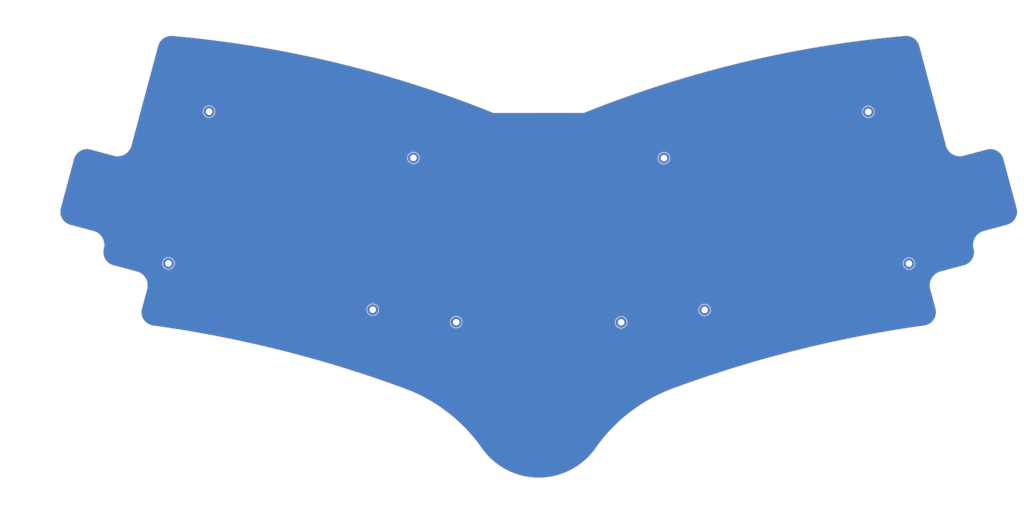
<source format=kicad_pcb>
(kicad_pcb (version 20240108) (generator "pcbnew") (generator_version "8.0")
  (title_block (title "Ashwing66") (date "2024-05-09") (rev "1") (company "James Gzowski"))
  (layers (0 "F.Cu" signal) (31 "B.Cu" signal) (34 "B.Paste" user) (35 "F.Paste" user) (36 "B.SilkS" user "B.Silkscreen") (37 "F.SilkS" user "F.Silkscreen") (38 "B.Mask" user) (39 "F.Mask" user) (44 "Edge.Cuts" user))
  (net 0 "")
  (net 1 "GND")
  (footprint "Stencils:HOLE_M2_TH_SCREW" (layer "F.Cu") (at 182.404813 191.439989)
    (property "Reference" "TH3" (hide yes))
    (property "Value" "HOLE" (hide yes))
    (pad "" thru_hole circle (at 0.008 0.01 345) (size 4 4) (drill 2.4) (layers "*.Cu" "*.Mask"))
  )
  (footprint "Stencils:HOLE_M2_TH_SCREW" (layer "F.Cu") (at 152.01406 186.920278)
    (property "Reference" "TH3" (hide yes))
    (property "Value" "HOLE" (hide yes))
    (pad "" thru_hole circle (at 0.008 0.01 345) (size 4 4) (drill 2.4) (layers "*.Cu" "*.Mask"))
  )
  (footprint "Stencils:HOLE_M2_TH_SCREW" (layer "F.Cu") (at 166.818509 131.669322)
    (property "Reference" "TH3" (hide yes))
    (property "Value" "HOLE" (hide yes))
    (pad "" thru_hole circle (at 0.008 0.01 345) (size 4 4) (drill 2.4) (layers "*.Cu" "*.Mask"))
  )
  (footprint "Stencils:HOLE_M2_TH_SCREW" (layer "F.Cu") (at 92.444975 114.820939)
    (property "Reference" "TH3" (hide yes))
    (property "Value" "HOLE" (hide yes))
    (pad "" thru_hole circle (at 0.008 0.01 345) (size 4 4) (drill 2.4) (layers "*.Cu" "*.Mask"))
  )
  (footprint "Stencils:HOLE_M2_TH_SCREW" (layer "F.Cu") (at 77.640526 170.071896)
    (property "Reference" "TH3" (hide yes))
    (property "Value" "HOLE" (hide yes))
    (pad "" thru_hole circle (at 0.008 0.01 345) (size 4 4) (drill 2.4) (layers "*.Cu" "*.Mask"))
  )
  (footprint "Stencils:HOLE_M2_TH_SCREW" (layer "B.Cu") (at 347.212984 170.144664 180)
    (property "Reference" "TH3" (hide yes))
    (property "Value" "HOLE" (hide yes))
    (pad "" thru_hole circle (at 0.008 -0.01 195) (size 4 4) (drill 2.4) (layers "*.Cu" "*.Mask"))
  )
  (footprint "Stencils:HOLE_M2_TH_SCREW" (layer "B.Cu") (at 258.034999 131.74209 180)
    (property "Reference" "TH3" (hide yes))
    (property "Value" "HOLE" (hide yes))
    (pad "" thru_hole circle (at 0.008 -0.01 195) (size 4 4) (drill 2.4) (layers "*.Cu" "*.Mask"))
  )
  (footprint "Stencils:HOLE_M2_TH_SCREW" (layer "B.Cu") (at 332.408534 114.893706 180)
    (property "Reference" "TH3" (hide yes))
    (property "Value" "HOLE" (hide yes))
    (pad "" thru_hole circle (at 0.008 -0.01 195) (size 4 4) (drill 2.4) (layers "*.Cu" "*.Mask"))
  )
  (footprint "Stencils:HOLE_M2_TH_SCREW" (layer "B.Cu") (at 242.448696 191.512758 180)
    (property "Reference" "TH3" (hide yes))
    (property "Value" "HOLE" (hide yes))
    (pad "" thru_hole circle (at 0.008 -0.01 195) (size 4 4) (drill 2.4) (layers "*.Cu" "*.Mask"))
  )
  (footprint "Stencils:HOLE_M2_TH_SCREW" (layer "B.Cu") (at 272.839448 186.993047 180)
    (property "Reference" "TH3" (hide yes))
    (property "Value" "HOLE" (hide yes))
    (pad "" thru_hole circle (at 0.008 -0.01 195) (size 4 4) (drill 2.4) (layers "*.Cu" "*.Mask"))
  )
  (gr_arc (start 64.030647 127.13124) (mid 61.663753 130.215868) (end 57.808939 130.723334) (stroke (width 0.1)) (layer "Edge.Cuts"))
  (gr_arc (start 57.559482 170.901821) (mid 54.474928 168.534894) (end 53.967384 164.680125) (stroke (width 0.1)) (layer "Edge.Cuts"))
  (gr_line (start 382.975375 156.17219) (end 374.497129 158.446109) (stroke (width 0.1)) (layer "Edge.Cuts"))
  (gr_arc (start 41.897037 156.18449) (mid 38.812464 153.817567) (end 38.304942 149.962782) (stroke (width 0.1)) (layer "Edge.Cuts"))
  (gr_arc (start 164.040147 215.952232) (mid 179.642697 224.789698) (end 191.912524 237.866078) (stroke (width 0.1)) (layer "Edge.Cuts"))
  (gr_arc (start 71.847809 192.820366) (mid 118.573891 201.875775) (end 164.040147 215.952232) (stroke (width 0.1)) (layer "Edge.Cuts"))
  (gr_arc (start 345.800473 87.077667) (mid 349.144518 88.005275) (end 351.126744 90.853761) (stroke (width 0.1)) (layer "Edge.Cuts"))
  (gr_line (start 367.312928 170.889519) (end 358.72585 173.190425) (stroke (width 0.1)) (layer "Edge.Cuts"))
  (gr_arc (start 370.905029 164.667821) (mid 371.412533 160.813031) (end 374.497129 158.446109) (stroke (width 0.1)) (layer "Edge.Cuts"))
  (gr_arc (start 79.066631 87.087667) (mid 138.577973 96.79503) (end 196.023552 115.120917) (stroke (width 0.1)) (layer "Edge.Cuts"))
  (gr_arc (start 355.133738 179.412122) (mid 355.641244 175.55733) (end 358.72585 173.190425) (stroke (width 0.1)) (layer "Edge.Cuts"))
  (gr_arc (start 50.375279 158.458413) (mid 53.459939 160.825308) (end 53.967384 164.680125) (stroke (width 0.1)) (layer "Edge.Cuts"))
  (gr_arc (start 357.040207 186.527135) (mid 356.417269 190.553005) (end 353.0246 192.808064) (stroke (width 0.1)) (layer "Edge.Cuts"))
  (gr_line (start 66.14656 173.202726) (end 57.559482 170.901821) (stroke (width 0.1)) (layer "Edge.Cuts"))
  (gr_arc (start 386.56747 149.950479) (mid 386.06006 153.805343) (end 382.975375 156.17219) (stroke (width 0.1)) (layer "Edge.Cuts"))
  (gr_arc (start 260.832262 215.939933) (mid 306.298516 201.863466) (end 353.0246 192.808064) (stroke (width 0.1)) (layer "Edge.Cuts"))
  (gr_line (start 355.133738 179.412122) (end 357.040207 186.527135) (stroke (width 0.1)) (layer "Edge.Cuts"))
  (gr_line (start 67.832207 186.539437) (end 69.738671 179.424426) (stroke (width 0.1)) (layer "Edge.Cuts"))
  (gr_line (start 38.304942 149.962782) (end 43.107903 132.045597) (stroke (width 0.1)) (layer "Edge.Cuts"))
  (gr_arc (start 71.847809 192.820366) (mid 68.455261 190.565219) (end 67.832207 186.539437) (stroke (width 0.1)) (layer "Edge.Cuts"))
  (gr_line (start 64.030647 127.13124) (end 73.745667 90.866063) (stroke (width 0.1)) (layer "Edge.Cuts"))
  (gr_arc (start 66.14656 173.202726) (mid 69.231154 175.569646) (end 69.738671 179.424426) (stroke (width 0.1)) (layer "Edge.Cuts"))
  (gr_arc (start 370.905029 164.667821) (mid 370.397495 168.522605) (end 367.312928 170.889519) (stroke (width 0.1)) (layer "Edge.Cuts"))
  (gr_line (start 351.126744 90.853761) (end 360.841765 127.118938) (stroke (width 0.1)) (layer "Edge.Cuts"))
  (gr_line (start 375.542807 128.441193) (end 367.063474 130.711034) (stroke (width 0.1)) (layer "Edge.Cuts"))
  (gr_line (start 50.375279 158.458413) (end 41.897037 156.18449) (stroke (width 0.1)) (layer "Edge.Cuts"))
  (gr_line (start 57.808939 130.723334) (end 49.329603 128.453498) (stroke (width 0.1)) (layer "Edge.Cuts"))
  (gr_arc (start 232.953116 237.856083) (mid 245.226521 224.778501) (end 260.832262 215.939933) (stroke (width 0.1)) (layer "Edge.Cuts"))
  (gr_line (start 228.843552 115.110917) (end 196.023552 115.120917) (stroke (width 0.1)) (layer "Edge.Cuts"))
  (gr_arc (start 73.745667 90.866063) (mid 75.727865 88.017542) (end 79.071936 87.089967) (stroke (width 0.1)) (layer "Edge.Cuts"))
  (gr_arc (start 367.063474 130.711034) (mid 363.208632 130.20361) (end 360.841765 127.118938) (stroke (width 0.1)) (layer "Edge.Cuts"))
  (gr_arc (start 375.542807 128.441193) (mid 379.39766 128.94862) (end 381.764511 132.033298) (stroke (width 0.1)) (layer "Edge.Cuts"))
  (gr_arc (start 43.107903 132.045597) (mid 45.474799 128.960981) (end 49.329603 128.453498) (stroke (width 0.1)) (layer "Edge.Cuts"))
  (gr_line (start 381.764511 132.033298) (end 386.56747 149.950479) (stroke (width 0.1)) (layer "Edge.Cuts"))
  (gr_arc (start 232.953116 237.856083) (mid 212.435346 248.233148) (end 191.912524 237.866078) (stroke (width 0.1)) (layer "Edge.Cuts"))
  (gr_arc (start 228.843552 115.110917) (mid 286.289131 96.785029) (end 345.800473 87.077667) (stroke (width 0.1)) (layer "Edge.Cuts"))
  (zone (net 1) (net_name "GND") (layers "F&B.Cu") (connect_pads (clearance 0.25)) (min_thickness 0.25) (fill yes (thermal_gap 0.5) (thermal_bridge_width 0.5))
    (polygon (pts (xy 57.963552 74.190917) (xy 348.943552 76.250917) (xy 386.543552 117.450917) (xy 389.113552 154.530917) (xy 355.123552 213.750917) (xy 207.923552 265.250917) (xy 16.343552 173.060917) (xy 57.963552 74.700917)))
  )
)
</source>
